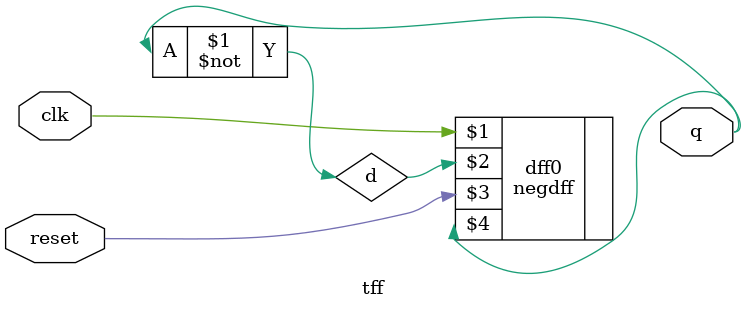
<source format=v>
`include "negdff.v"
module tff(clk,reset,q);
input clk,reset;
output q;
wire d;
negdff dff0(clk,d,reset,q);
not n1(d,q);
endmodule
</source>
